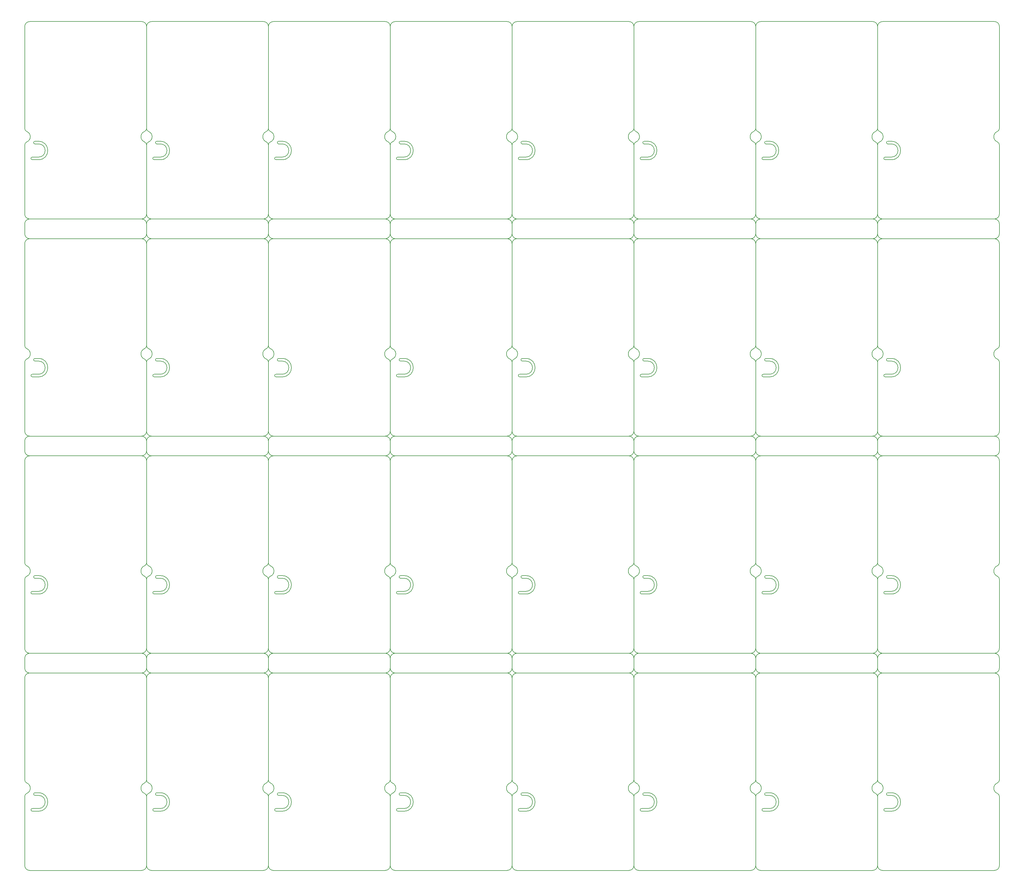
<source format=gm1>
G04 #@! TF.GenerationSoftware,KiCad,Pcbnew,(5.1.5-0-10_14)*
G04 #@! TF.CreationDate,2020-01-03T16:59:34+02:00*
G04 #@! TF.ProjectId,oibus-mini-CCC_PANEL,6f696275-732d-46d6-996e-692d4343435f,rev?*
G04 #@! TF.SameCoordinates,Original*
G04 #@! TF.FileFunction,Profile,NP*
%FSLAX46Y46*%
G04 Gerber Fmt 4.6, Leading zero omitted, Abs format (unit mm)*
G04 Created by KiCad (PCBNEW (5.1.5-0-10_14)) date 2020-01-03 16:59:34*
%MOMM*%
%LPD*%
G04 APERTURE LIST*
%ADD10C,0.150000*%
%ADD11C,0.200000*%
G04 APERTURE END LIST*
D10*
X0Y130492013D02*
X0Y127492013D01*
D11*
X0Y130492013D02*
G75*
G02X1500000Y131992013I1500000J0D01*
G01*
X1500000Y125992013D02*
G75*
G02X0Y127492013I0J1500000D01*
G01*
D10*
X296000000Y130492013D02*
X296000000Y127492013D01*
D11*
X296000000Y127492013D02*
G75*
G02X294500000Y125992013I-1500000J0D01*
G01*
X294500000Y131992013D02*
G75*
G02X296000000Y130492013I0J-1500000D01*
G01*
X259000000Y130492013D02*
G75*
G02X260500000Y131992013I1500000J0D01*
G01*
D10*
X259000000Y130492013D02*
X259000000Y127492013D01*
D11*
X260500000Y125992013D02*
G75*
G02X259000000Y127492013I0J1500000D01*
G01*
X259000000Y127492013D02*
G75*
G02X257500000Y125992013I-1500000J0D01*
G01*
X257500000Y131992013D02*
G75*
G02X259000000Y130492013I0J-1500000D01*
G01*
X220500000Y131992013D02*
G75*
G02X222000000Y130492013I0J-1500000D01*
G01*
X222000000Y130492013D02*
G75*
G02X223500000Y131992013I1500000J0D01*
G01*
D10*
X222000000Y130492013D02*
X222000000Y127492013D01*
D11*
X223500000Y125992013D02*
G75*
G02X222000000Y127492013I0J1500000D01*
G01*
X222000000Y127492013D02*
G75*
G02X220500000Y125992013I-1500000J0D01*
G01*
X185000000Y130492013D02*
G75*
G02X186500000Y131992013I1500000J0D01*
G01*
X186500000Y125992013D02*
G75*
G02X185000000Y127492013I0J1500000D01*
G01*
X183500000Y131992013D02*
G75*
G02X185000000Y130492013I0J-1500000D01*
G01*
X185000000Y127492013D02*
G75*
G02X183500000Y125992013I-1500000J0D01*
G01*
D10*
X185000000Y130492013D02*
X185000000Y127492013D01*
D11*
X149500000Y125992013D02*
G75*
G02X148000000Y127492013I0J1500000D01*
G01*
X148000000Y130492013D02*
G75*
G02X149500000Y131992013I1500000J0D01*
G01*
D10*
X148000000Y130492013D02*
X148000000Y127492013D01*
D11*
X146500000Y131992013D02*
G75*
G02X148000000Y130492013I0J-1500000D01*
G01*
X148000000Y127492013D02*
G75*
G02X146500000Y125992013I-1500000J0D01*
G01*
X109500000Y131992013D02*
G75*
G02X111000000Y130492013I0J-1500000D01*
G01*
X111000000Y130492013D02*
G75*
G02X112500000Y131992013I1500000J0D01*
G01*
X112500000Y125992013D02*
G75*
G02X111000000Y127492013I0J1500000D01*
G01*
D10*
X111000000Y130492013D02*
X111000000Y127492013D01*
D11*
X111000000Y127492013D02*
G75*
G02X109500000Y125992013I-1500000J0D01*
G01*
X72500000Y131992013D02*
G75*
G02X74000000Y130492013I0J-1500000D01*
G01*
X75500000Y125992013D02*
G75*
G02X74000000Y127492013I0J1500000D01*
G01*
X74000000Y130492013D02*
G75*
G02X75500000Y131992013I1500000J0D01*
G01*
D10*
X74000000Y130492013D02*
X74000000Y127492013D01*
D11*
X74000000Y127492013D02*
G75*
G02X72500000Y125992013I-1500000J0D01*
G01*
X35500000Y131992013D02*
G75*
G02X37000000Y130492013I0J-1500000D01*
G01*
D10*
X37000000Y130492013D02*
X37000000Y127492013D01*
D11*
X38500000Y125992013D02*
G75*
G02X37000000Y127492013I0J1500000D01*
G01*
X37000000Y127492013D02*
G75*
G02X35500000Y125992013I-1500000J0D01*
G01*
X37000000Y130492013D02*
G75*
G02X38500000Y131992013I1500000J0D01*
G01*
X259000000Y196492013D02*
G75*
G02X260500000Y197992013I1500000J0D01*
G01*
X0Y196492013D02*
G75*
G02X1500000Y197992013I1500000J0D01*
G01*
D10*
X296000000Y196492013D02*
X296000000Y193492013D01*
D11*
X257500000Y257992013D02*
G75*
G02X259000000Y256492013I0J-1500000D01*
G01*
X259000000Y256492013D02*
X259000000Y225500000D01*
X222000000Y199492013D02*
X222000000Y220484025D01*
X223500000Y257992013D02*
X257500000Y257992013D01*
D10*
X226200000Y221600000D02*
X225100000Y221600000D01*
X225100000Y220800000D02*
X226200000Y220800000D01*
X226200000Y216800000D02*
X224300000Y216800000D01*
X224300000Y216000000D02*
X226200000Y216000000D01*
X226200000Y220800000D02*
G75*
G02X226200000Y216800000I0J-2000000D01*
G01*
X226200000Y221600000D02*
G75*
G02X226200000Y216000000I0J-2800000D01*
G01*
X225100000Y220800000D02*
G75*
G02X225100000Y221600000I0J400000D01*
G01*
X224300000Y216000000D02*
G75*
G02X224300000Y216800000I0J400000D01*
G01*
D11*
X259000000Y225500000D02*
G75*
G02X258370370Y224571116I-1000000J0D01*
G01*
X258370370Y221412908D02*
G75*
G02X258370370Y224571116I629630J1579104D01*
G01*
X223500000Y197992013D02*
G75*
G02X222000000Y199492013I0J1500000D01*
G01*
X222000000Y220484025D02*
G75*
G02X222629630Y221412909I1000000J0D01*
G01*
X222000000Y225500000D02*
X222000000Y256492013D01*
X257500000Y197992013D02*
X223500000Y197992013D01*
X222629629Y224571115D02*
G75*
G02X222629630Y221412909I-629629J-1579103D01*
G01*
X222629630Y224571116D02*
G75*
G02X222000000Y225500000I370370J928884D01*
G01*
X259000000Y199492013D02*
G75*
G02X257500000Y197992013I-1500000J0D01*
G01*
X258370370Y221412909D02*
G75*
G02X259000000Y220484025I-370370J-928884D01*
G01*
X259000000Y220500000D02*
X259000000Y199492013D01*
X296000000Y225500000D02*
G75*
G02X295370370Y224571116I-1000000J0D01*
G01*
X295370370Y221412908D02*
G75*
G02X295370370Y224571116I629630J1579104D01*
G01*
X260500000Y197992013D02*
G75*
G02X259000000Y199492013I0J1500000D01*
G01*
X259000000Y220484025D02*
G75*
G02X259629630Y221412909I1000000J0D01*
G01*
X259000000Y225500000D02*
X259000000Y256492013D01*
X294500000Y197992013D02*
X260500000Y197992013D01*
X259629629Y224571115D02*
G75*
G02X259629630Y221412909I-629629J-1579103D01*
G01*
X259629630Y224571116D02*
G75*
G02X259000000Y225500000I370370J928884D01*
G01*
X296000000Y199492013D02*
G75*
G02X294500000Y197992013I-1500000J0D01*
G01*
X295370370Y221412909D02*
G75*
G02X296000000Y220484025I-370370J-928884D01*
G01*
X296000000Y220500000D02*
X296000000Y199492013D01*
X259000000Y256492013D02*
G75*
G02X260500000Y257992013I1500000J0D01*
G01*
X294500000Y257992013D02*
G75*
G02X296000000Y256492013I0J-1500000D01*
G01*
X296000000Y256492013D02*
X296000000Y225500000D01*
X259000000Y199492013D02*
X259000000Y220484025D01*
X260500000Y257992013D02*
X294500000Y257992013D01*
D10*
X263200000Y221600000D02*
X262100000Y221600000D01*
X262100000Y220800000D02*
X263200000Y220800000D01*
X263200000Y216800000D02*
X261300000Y216800000D01*
X261300000Y216000000D02*
X263200000Y216000000D01*
X263200000Y220800000D02*
G75*
G02X263200000Y216800000I0J-2000000D01*
G01*
X263200000Y221600000D02*
G75*
G02X263200000Y216000000I0J-2800000D01*
G01*
X262100000Y220800000D02*
G75*
G02X262100000Y221600000I0J400000D01*
G01*
X261300000Y216000000D02*
G75*
G02X261300000Y216800000I0J400000D01*
G01*
D11*
X183500000Y257992013D02*
G75*
G02X185000000Y256492013I0J-1500000D01*
G01*
X185000000Y256492013D02*
X185000000Y225500000D01*
X148000000Y199492013D02*
X148000000Y220484025D01*
X149500000Y257992013D02*
X183500000Y257992013D01*
D10*
X152200000Y221600000D02*
X151100000Y221600000D01*
X151100000Y220800000D02*
X152200000Y220800000D01*
X152200000Y216800000D02*
X150300000Y216800000D01*
X150300000Y216000000D02*
X152200000Y216000000D01*
X152200000Y220800000D02*
G75*
G02X152200000Y216800000I0J-2000000D01*
G01*
X152200000Y221600000D02*
G75*
G02X152200000Y216000000I0J-2800000D01*
G01*
X151100000Y220800000D02*
G75*
G02X151100000Y221600000I0J400000D01*
G01*
X150300000Y216000000D02*
G75*
G02X150300000Y216800000I0J400000D01*
G01*
D11*
X185000000Y225500000D02*
G75*
G02X184370370Y224571116I-1000000J0D01*
G01*
X184370370Y221412908D02*
G75*
G02X184370370Y224571116I629630J1579104D01*
G01*
X149500000Y197992013D02*
G75*
G02X148000000Y199492013I0J1500000D01*
G01*
X148000000Y220484025D02*
G75*
G02X148629630Y221412909I1000000J0D01*
G01*
X148000000Y225500000D02*
X148000000Y256492013D01*
X183500000Y197992013D02*
X149500000Y197992013D01*
X148629629Y224571115D02*
G75*
G02X148629630Y221412909I-629629J-1579103D01*
G01*
X148629630Y224571116D02*
G75*
G02X148000000Y225500000I370370J928884D01*
G01*
X185000000Y199492013D02*
G75*
G02X183500000Y197992013I-1500000J0D01*
G01*
X184370370Y221412909D02*
G75*
G02X185000000Y220484025I-370370J-928884D01*
G01*
X185000000Y220500000D02*
X185000000Y199492013D01*
X74000000Y225500000D02*
G75*
G02X73370370Y224571116I-1000000J0D01*
G01*
X73370370Y221412908D02*
G75*
G02X73370370Y224571116I629630J1579104D01*
G01*
X38500000Y197992013D02*
G75*
G02X37000000Y199492013I0J1500000D01*
G01*
X37000000Y220484025D02*
G75*
G02X37629630Y221412909I1000000J0D01*
G01*
X37000000Y225500000D02*
X37000000Y256492013D01*
X72500000Y197992013D02*
X38500000Y197992013D01*
X37629629Y224571115D02*
G75*
G02X37629630Y221412909I-629629J-1579103D01*
G01*
X37629630Y224571116D02*
G75*
G02X37000000Y225500000I370370J928884D01*
G01*
X74000000Y199492013D02*
G75*
G02X72500000Y197992013I-1500000J0D01*
G01*
X73370370Y221412909D02*
G75*
G02X74000000Y220484025I-370370J-928884D01*
G01*
X74000000Y220500000D02*
X74000000Y199492013D01*
X37000000Y256492013D02*
G75*
G02X38500000Y257992013I1500000J0D01*
G01*
X72500000Y257992013D02*
G75*
G02X74000000Y256492013I0J-1500000D01*
G01*
X74000000Y256492013D02*
X74000000Y225500000D01*
X37000000Y199492013D02*
X37000000Y220484025D01*
X38500000Y257992013D02*
X72500000Y257992013D01*
D10*
X41200000Y221600000D02*
X40100000Y221600000D01*
X40100000Y220800000D02*
X41200000Y220800000D01*
X41200000Y216800000D02*
X39300000Y216800000D01*
X39300000Y216000000D02*
X41200000Y216000000D01*
X41200000Y220800000D02*
G75*
G02X41200000Y216800000I0J-2000000D01*
G01*
X41200000Y221600000D02*
G75*
G02X41200000Y216000000I0J-2800000D01*
G01*
X40100000Y220800000D02*
G75*
G02X40100000Y221600000I0J400000D01*
G01*
X39300000Y216000000D02*
G75*
G02X39300000Y216800000I0J400000D01*
G01*
D11*
X148000000Y225500000D02*
G75*
G02X147370370Y224571116I-1000000J0D01*
G01*
X147370370Y221412908D02*
G75*
G02X147370370Y224571116I629630J1579104D01*
G01*
X112500000Y197992013D02*
G75*
G02X111000000Y199492013I0J1500000D01*
G01*
X111000000Y220484025D02*
G75*
G02X111629630Y221412909I1000000J0D01*
G01*
X111000000Y225500000D02*
X111000000Y256492013D01*
X146500000Y197992013D02*
X112500000Y197992013D01*
X111629629Y224571115D02*
G75*
G02X111629630Y221412909I-629629J-1579103D01*
G01*
X111629630Y224571116D02*
G75*
G02X111000000Y225500000I370370J928884D01*
G01*
X148000000Y199492013D02*
G75*
G02X146500000Y197992013I-1500000J0D01*
G01*
X147370370Y221412909D02*
G75*
G02X148000000Y220484025I-370370J-928884D01*
G01*
X148000000Y220500000D02*
X148000000Y199492013D01*
X111000000Y256492013D02*
G75*
G02X112500000Y257992013I1500000J0D01*
G01*
X146500000Y257992013D02*
G75*
G02X148000000Y256492013I0J-1500000D01*
G01*
X148000000Y256492013D02*
X148000000Y225500000D01*
X111000000Y199492013D02*
X111000000Y220484025D01*
X112500000Y257992013D02*
X146500000Y257992013D01*
D10*
X115200000Y221600000D02*
X114100000Y221600000D01*
X114100000Y220800000D02*
X115200000Y220800000D01*
X115200000Y216800000D02*
X113300000Y216800000D01*
X113300000Y216000000D02*
X115200000Y216000000D01*
X115200000Y220800000D02*
G75*
G02X115200000Y216800000I0J-2000000D01*
G01*
X115200000Y221600000D02*
G75*
G02X115200000Y216000000I0J-2800000D01*
G01*
X114100000Y220800000D02*
G75*
G02X114100000Y221600000I0J400000D01*
G01*
X113300000Y216000000D02*
G75*
G02X113300000Y216800000I0J400000D01*
G01*
D11*
X109500000Y257992013D02*
G75*
G02X111000000Y256492013I0J-1500000D01*
G01*
X111000000Y256492013D02*
X111000000Y225500000D01*
X74000000Y199492013D02*
X74000000Y220484025D01*
X75500000Y257992013D02*
X109500000Y257992013D01*
D10*
X78200000Y221600000D02*
X77100000Y221600000D01*
X77100000Y220800000D02*
X78200000Y220800000D01*
X78200000Y216800000D02*
X76300000Y216800000D01*
X76300000Y216000000D02*
X78200000Y216000000D01*
X78200000Y220800000D02*
G75*
G02X78200000Y216800000I0J-2000000D01*
G01*
X78200000Y221600000D02*
G75*
G02X78200000Y216000000I0J-2800000D01*
G01*
X77100000Y220800000D02*
G75*
G02X77100000Y221600000I0J400000D01*
G01*
X76300000Y216000000D02*
G75*
G02X76300000Y216800000I0J400000D01*
G01*
D11*
X111000000Y225500000D02*
G75*
G02X110370370Y224571116I-1000000J0D01*
G01*
X110370370Y221412908D02*
G75*
G02X110370370Y224571116I629630J1579104D01*
G01*
X75500000Y197992013D02*
G75*
G02X74000000Y199492013I0J1500000D01*
G01*
X74000000Y220484025D02*
G75*
G02X74629630Y221412909I1000000J0D01*
G01*
X74000000Y225500000D02*
X74000000Y256492013D01*
X109500000Y197992013D02*
X75500000Y197992013D01*
X74629629Y224571115D02*
G75*
G02X74629630Y221412909I-629629J-1579103D01*
G01*
X74629630Y224571116D02*
G75*
G02X74000000Y225500000I370370J928884D01*
G01*
X111000000Y199492013D02*
G75*
G02X109500000Y197992013I-1500000J0D01*
G01*
X110370370Y221412909D02*
G75*
G02X111000000Y220484025I-370370J-928884D01*
G01*
X111000000Y220500000D02*
X111000000Y199492013D01*
X74000000Y256492013D02*
G75*
G02X75500000Y257992013I1500000J0D01*
G01*
X222000000Y225500000D02*
G75*
G02X221370370Y224571116I-1000000J0D01*
G01*
X221370370Y221412908D02*
G75*
G02X221370370Y224571116I629630J1579104D01*
G01*
X186500000Y197992013D02*
G75*
G02X185000000Y199492013I0J1500000D01*
G01*
X185000000Y220484025D02*
G75*
G02X185629630Y221412909I1000000J0D01*
G01*
X185000000Y225500000D02*
X185000000Y256492013D01*
X220500000Y197992013D02*
X186500000Y197992013D01*
X185629629Y224571115D02*
G75*
G02X185629630Y221412909I-629629J-1579103D01*
G01*
X185629630Y224571116D02*
G75*
G02X185000000Y225500000I370370J928884D01*
G01*
X222000000Y199492013D02*
G75*
G02X220500000Y197992013I-1500000J0D01*
G01*
X221370370Y221412909D02*
G75*
G02X222000000Y220484025I-370370J-928884D01*
G01*
X222000000Y220500000D02*
X222000000Y199492013D01*
X185000000Y256492013D02*
G75*
G02X186500000Y257992013I1500000J0D01*
G01*
X220500000Y257992013D02*
G75*
G02X222000000Y256492013I0J-1500000D01*
G01*
X222000000Y256492013D02*
X222000000Y225500000D01*
X185000000Y199492013D02*
X185000000Y220484025D01*
X186500000Y257992013D02*
X220500000Y257992013D01*
D10*
X189200000Y221600000D02*
X188100000Y221600000D01*
X188100000Y220800000D02*
X189200000Y220800000D01*
X189200000Y216800000D02*
X187300000Y216800000D01*
X187300000Y216000000D02*
X189200000Y216000000D01*
X189200000Y220800000D02*
G75*
G02X189200000Y216800000I0J-2000000D01*
G01*
X189200000Y221600000D02*
G75*
G02X189200000Y216000000I0J-2800000D01*
G01*
X188100000Y220800000D02*
G75*
G02X188100000Y221600000I0J400000D01*
G01*
X187300000Y216000000D02*
G75*
G02X187300000Y216800000I0J400000D01*
G01*
D11*
X37000000Y225500000D02*
G75*
G02X36370370Y224571116I-1000000J0D01*
G01*
X36370370Y221412908D02*
G75*
G02X36370370Y224571116I629630J1579104D01*
G01*
X1500000Y197992013D02*
G75*
G02X0Y199492013I0J1500000D01*
G01*
X0Y220484025D02*
G75*
G02X629630Y221412909I1000000J0D01*
G01*
X0Y225500000D02*
X0Y256492013D01*
X35500000Y197992013D02*
X1500000Y197992013D01*
X629629Y224571115D02*
G75*
G02X629630Y221412909I-629629J-1579103D01*
G01*
X629630Y224571116D02*
G75*
G02X0Y225500000I370370J928884D01*
G01*
X37000000Y199492013D02*
G75*
G02X35500000Y197992013I-1500000J0D01*
G01*
X36370370Y221412909D02*
G75*
G02X37000000Y220484025I-370370J-928884D01*
G01*
X37000000Y220500000D02*
X37000000Y199492013D01*
X0Y256492013D02*
G75*
G02X1500000Y257992013I1500000J0D01*
G01*
X35500000Y257992013D02*
G75*
G02X37000000Y256492013I0J-1500000D01*
G01*
X37000000Y256492013D02*
X37000000Y225500000D01*
X0Y199492013D02*
X0Y220484025D01*
X1500000Y257992013D02*
X35500000Y257992013D01*
D10*
X4200000Y221600000D02*
X3100000Y221600000D01*
X3100000Y220800000D02*
X4200000Y220800000D01*
X4200000Y216800000D02*
X2300000Y216800000D01*
X2300000Y216000000D02*
X4200000Y216000000D01*
X4200000Y220800000D02*
G75*
G02X4200000Y216800000I0J-2000000D01*
G01*
X4200000Y221600000D02*
G75*
G02X4200000Y216000000I0J-2800000D01*
G01*
X3100000Y220800000D02*
G75*
G02X3100000Y221600000I0J400000D01*
G01*
X2300000Y216000000D02*
G75*
G02X2300000Y216800000I0J400000D01*
G01*
D11*
X35500000Y197992013D02*
G75*
G02X37000000Y196492013I0J-1500000D01*
G01*
D10*
X111000000Y196492013D02*
X111000000Y193492013D01*
D11*
X257500000Y191992013D02*
G75*
G02X259000000Y190492013I0J-1500000D01*
G01*
X259000000Y190492013D02*
X259000000Y159500000D01*
X222000000Y133492013D02*
X222000000Y154484025D01*
X223500000Y191992013D02*
X257500000Y191992013D01*
D10*
X226200000Y155600000D02*
X225100000Y155600000D01*
X225100000Y154800000D02*
X226200000Y154800000D01*
X226200000Y150800000D02*
X224300000Y150800000D01*
X224300000Y150000000D02*
X226200000Y150000000D01*
X226200000Y154800000D02*
G75*
G02X226200000Y150800000I0J-2000000D01*
G01*
X226200000Y155600000D02*
G75*
G02X226200000Y150000000I0J-2800000D01*
G01*
X225100000Y154800000D02*
G75*
G02X225100000Y155600000I0J400000D01*
G01*
X224300000Y150000000D02*
G75*
G02X224300000Y150800000I0J400000D01*
G01*
D11*
X259000000Y159500000D02*
G75*
G02X258370370Y158571116I-1000000J0D01*
G01*
X258370370Y155412908D02*
G75*
G02X258370370Y158571116I629630J1579104D01*
G01*
X223500000Y131992013D02*
G75*
G02X222000000Y133492013I0J1500000D01*
G01*
X222000000Y154484025D02*
G75*
G02X222629630Y155412909I1000000J0D01*
G01*
X222000000Y159500000D02*
X222000000Y190492013D01*
X257500000Y131992013D02*
X223500000Y131992013D01*
X222629629Y158571115D02*
G75*
G02X222629630Y155412909I-629629J-1579103D01*
G01*
X222629630Y158571116D02*
G75*
G02X222000000Y159500000I370370J928884D01*
G01*
X259000000Y133492013D02*
G75*
G02X257500000Y131992013I-1500000J0D01*
G01*
X258370370Y155412909D02*
G75*
G02X259000000Y154484025I-370370J-928884D01*
G01*
X259000000Y154500000D02*
X259000000Y133492013D01*
X296000000Y159500000D02*
G75*
G02X295370370Y158571116I-1000000J0D01*
G01*
X295370370Y155412908D02*
G75*
G02X295370370Y158571116I629630J1579104D01*
G01*
X260500000Y131992013D02*
G75*
G02X259000000Y133492013I0J1500000D01*
G01*
X259000000Y154484025D02*
G75*
G02X259629630Y155412909I1000000J0D01*
G01*
X259000000Y159500000D02*
X259000000Y190492013D01*
X294500000Y131992013D02*
X260500000Y131992013D01*
X259629629Y158571115D02*
G75*
G02X259629630Y155412909I-629629J-1579103D01*
G01*
X259629630Y158571116D02*
G75*
G02X259000000Y159500000I370370J928884D01*
G01*
X296000000Y133492013D02*
G75*
G02X294500000Y131992013I-1500000J0D01*
G01*
X295370370Y155412909D02*
G75*
G02X296000000Y154484025I-370370J-928884D01*
G01*
X296000000Y154500000D02*
X296000000Y133492013D01*
X259000000Y190492013D02*
G75*
G02X260500000Y191992013I1500000J0D01*
G01*
X294500000Y191992013D02*
G75*
G02X296000000Y190492013I0J-1500000D01*
G01*
X296000000Y190492013D02*
X296000000Y159500000D01*
X259000000Y133492013D02*
X259000000Y154484025D01*
X260500000Y191992013D02*
X294500000Y191992013D01*
D10*
X263200000Y155600000D02*
X262100000Y155600000D01*
X262100000Y154800000D02*
X263200000Y154800000D01*
X263200000Y150800000D02*
X261300000Y150800000D01*
X261300000Y150000000D02*
X263200000Y150000000D01*
X263200000Y154800000D02*
G75*
G02X263200000Y150800000I0J-2000000D01*
G01*
X263200000Y155600000D02*
G75*
G02X263200000Y150000000I0J-2800000D01*
G01*
X262100000Y154800000D02*
G75*
G02X262100000Y155600000I0J400000D01*
G01*
X261300000Y150000000D02*
G75*
G02X261300000Y150800000I0J400000D01*
G01*
D11*
X183500000Y191992013D02*
G75*
G02X185000000Y190492013I0J-1500000D01*
G01*
X185000000Y190492013D02*
X185000000Y159500000D01*
X148000000Y133492013D02*
X148000000Y154484025D01*
X149500000Y191992013D02*
X183500000Y191992013D01*
D10*
X152200000Y155600000D02*
X151100000Y155600000D01*
X151100000Y154800000D02*
X152200000Y154800000D01*
X152200000Y150800000D02*
X150300000Y150800000D01*
X150300000Y150000000D02*
X152200000Y150000000D01*
X152200000Y154800000D02*
G75*
G02X152200000Y150800000I0J-2000000D01*
G01*
X152200000Y155600000D02*
G75*
G02X152200000Y150000000I0J-2800000D01*
G01*
X151100000Y154800000D02*
G75*
G02X151100000Y155600000I0J400000D01*
G01*
X150300000Y150000000D02*
G75*
G02X150300000Y150800000I0J400000D01*
G01*
D11*
X185000000Y159500000D02*
G75*
G02X184370370Y158571116I-1000000J0D01*
G01*
X184370370Y155412908D02*
G75*
G02X184370370Y158571116I629630J1579104D01*
G01*
X149500000Y131992013D02*
G75*
G02X148000000Y133492013I0J1500000D01*
G01*
X148000000Y154484025D02*
G75*
G02X148629630Y155412909I1000000J0D01*
G01*
X148000000Y159500000D02*
X148000000Y190492013D01*
X183500000Y131992013D02*
X149500000Y131992013D01*
X148629629Y158571115D02*
G75*
G02X148629630Y155412909I-629629J-1579103D01*
G01*
X148629630Y158571116D02*
G75*
G02X148000000Y159500000I370370J928884D01*
G01*
X185000000Y133492013D02*
G75*
G02X183500000Y131992013I-1500000J0D01*
G01*
X184370370Y155412909D02*
G75*
G02X185000000Y154484025I-370370J-928884D01*
G01*
X185000000Y154500000D02*
X185000000Y133492013D01*
X74000000Y159500000D02*
G75*
G02X73370370Y158571116I-1000000J0D01*
G01*
X73370370Y155412908D02*
G75*
G02X73370370Y158571116I629630J1579104D01*
G01*
X38500000Y131992013D02*
G75*
G02X37000000Y133492013I0J1500000D01*
G01*
X37000000Y154484025D02*
G75*
G02X37629630Y155412909I1000000J0D01*
G01*
X37000000Y159500000D02*
X37000000Y190492013D01*
X72500000Y131992013D02*
X38500000Y131992013D01*
X37629629Y158571115D02*
G75*
G02X37629630Y155412909I-629629J-1579103D01*
G01*
X37629630Y158571116D02*
G75*
G02X37000000Y159500000I370370J928884D01*
G01*
X74000000Y133492013D02*
G75*
G02X72500000Y131992013I-1500000J0D01*
G01*
X73370370Y155412909D02*
G75*
G02X74000000Y154484025I-370370J-928884D01*
G01*
X74000000Y154500000D02*
X74000000Y133492013D01*
X37000000Y190492013D02*
G75*
G02X38500000Y191992013I1500000J0D01*
G01*
X72500000Y191992013D02*
G75*
G02X74000000Y190492013I0J-1500000D01*
G01*
X74000000Y190492013D02*
X74000000Y159500000D01*
X37000000Y133492013D02*
X37000000Y154484025D01*
X38500000Y191992013D02*
X72500000Y191992013D01*
D10*
X41200000Y155600000D02*
X40100000Y155600000D01*
X40100000Y154800000D02*
X41200000Y154800000D01*
X41200000Y150800000D02*
X39300000Y150800000D01*
X39300000Y150000000D02*
X41200000Y150000000D01*
X41200000Y154800000D02*
G75*
G02X41200000Y150800000I0J-2000000D01*
G01*
X41200000Y155600000D02*
G75*
G02X41200000Y150000000I0J-2800000D01*
G01*
X40100000Y154800000D02*
G75*
G02X40100000Y155600000I0J400000D01*
G01*
X39300000Y150000000D02*
G75*
G02X39300000Y150800000I0J400000D01*
G01*
X37000000Y196492013D02*
X37000000Y193492013D01*
D11*
X222000000Y256492013D02*
G75*
G02X223500000Y257992013I1500000J0D01*
G01*
X148000000Y256492013D02*
G75*
G02X149500000Y257992013I1500000J0D01*
G01*
X148000000Y159500000D02*
G75*
G02X147370370Y158571116I-1000000J0D01*
G01*
X147370370Y155412908D02*
G75*
G02X147370370Y158571116I629630J1579104D01*
G01*
X112500000Y131992013D02*
G75*
G02X111000000Y133492013I0J1500000D01*
G01*
X111000000Y154484025D02*
G75*
G02X111629630Y155412909I1000000J0D01*
G01*
X111000000Y159500000D02*
X111000000Y190492013D01*
X146500000Y131992013D02*
X112500000Y131992013D01*
X111629629Y158571115D02*
G75*
G02X111629630Y155412909I-629629J-1579103D01*
G01*
X111629630Y158571116D02*
G75*
G02X111000000Y159500000I370370J928884D01*
G01*
X148000000Y133492013D02*
G75*
G02X146500000Y131992013I-1500000J0D01*
G01*
X147370370Y155412909D02*
G75*
G02X148000000Y154484025I-370370J-928884D01*
G01*
X148000000Y154500000D02*
X148000000Y133492013D01*
X111000000Y190492013D02*
G75*
G02X112500000Y191992013I1500000J0D01*
G01*
X146500000Y191992013D02*
G75*
G02X148000000Y190492013I0J-1500000D01*
G01*
X148000000Y190492013D02*
X148000000Y159500000D01*
X111000000Y133492013D02*
X111000000Y154484025D01*
X112500000Y191992013D02*
X146500000Y191992013D01*
D10*
X115200000Y155600000D02*
X114100000Y155600000D01*
X114100000Y154800000D02*
X115200000Y154800000D01*
X115200000Y150800000D02*
X113300000Y150800000D01*
X113300000Y150000000D02*
X115200000Y150000000D01*
X115200000Y154800000D02*
G75*
G02X115200000Y150800000I0J-2000000D01*
G01*
X115200000Y155600000D02*
G75*
G02X115200000Y150000000I0J-2800000D01*
G01*
X114100000Y154800000D02*
G75*
G02X114100000Y155600000I0J400000D01*
G01*
X113300000Y150000000D02*
G75*
G02X113300000Y150800000I0J400000D01*
G01*
D11*
X183500000Y197992013D02*
G75*
G02X185000000Y196492013I0J-1500000D01*
G01*
X38500000Y191992013D02*
G75*
G02X37000000Y193492013I0J1500000D01*
G01*
X1500000Y191992013D02*
G75*
G02X0Y193492013I0J1500000D01*
G01*
D10*
X259000000Y196492013D02*
X259000000Y193492013D01*
D11*
X259000000Y193492013D02*
G75*
G02X257500000Y191992013I-1500000J0D01*
G01*
X260500000Y191992013D02*
G75*
G02X259000000Y193492013I0J1500000D01*
G01*
X257500000Y197992013D02*
G75*
G02X259000000Y196492013I0J-1500000D01*
G01*
X109500000Y191992013D02*
G75*
G02X111000000Y190492013I0J-1500000D01*
G01*
X111000000Y190492013D02*
X111000000Y159500000D01*
X74000000Y133492013D02*
X74000000Y154484025D01*
X75500000Y191992013D02*
X109500000Y191992013D01*
D10*
X78200000Y155600000D02*
X77100000Y155600000D01*
X77100000Y154800000D02*
X78200000Y154800000D01*
X78200000Y150800000D02*
X76300000Y150800000D01*
X76300000Y150000000D02*
X78200000Y150000000D01*
X78200000Y154800000D02*
G75*
G02X78200000Y150800000I0J-2000000D01*
G01*
X78200000Y155600000D02*
G75*
G02X78200000Y150000000I0J-2800000D01*
G01*
X77100000Y154800000D02*
G75*
G02X77100000Y155600000I0J400000D01*
G01*
X76300000Y150000000D02*
G75*
G02X76300000Y150800000I0J400000D01*
G01*
D11*
X111000000Y159500000D02*
G75*
G02X110370370Y158571116I-1000000J0D01*
G01*
X110370370Y155412908D02*
G75*
G02X110370370Y158571116I629630J1579104D01*
G01*
X75500000Y131992013D02*
G75*
G02X74000000Y133492013I0J1500000D01*
G01*
X74000000Y154484025D02*
G75*
G02X74629630Y155412909I1000000J0D01*
G01*
X74000000Y159500000D02*
X74000000Y190492013D01*
X109500000Y131992013D02*
X75500000Y131992013D01*
X74629629Y158571115D02*
G75*
G02X74629630Y155412909I-629629J-1579103D01*
G01*
X74629630Y158571116D02*
G75*
G02X74000000Y159500000I370370J928884D01*
G01*
X111000000Y133492013D02*
G75*
G02X109500000Y131992013I-1500000J0D01*
G01*
X110370370Y155412909D02*
G75*
G02X111000000Y154484025I-370370J-928884D01*
G01*
X111000000Y154500000D02*
X111000000Y133492013D01*
X74000000Y190492013D02*
G75*
G02X75500000Y191992013I1500000J0D01*
G01*
X222000000Y159500000D02*
G75*
G02X221370370Y158571116I-1000000J0D01*
G01*
X221370370Y155412908D02*
G75*
G02X221370370Y158571116I629630J1579104D01*
G01*
X186500000Y131992013D02*
G75*
G02X185000000Y133492013I0J1500000D01*
G01*
X185000000Y154484025D02*
G75*
G02X185629630Y155412909I1000000J0D01*
G01*
X185000000Y159500000D02*
X185000000Y190492013D01*
X220500000Y131992013D02*
X186500000Y131992013D01*
X185629629Y158571115D02*
G75*
G02X185629630Y155412909I-629629J-1579103D01*
G01*
X185629630Y158571116D02*
G75*
G02X185000000Y159500000I370370J928884D01*
G01*
X222000000Y133492013D02*
G75*
G02X220500000Y131992013I-1500000J0D01*
G01*
X221370370Y155412909D02*
G75*
G02X222000000Y154484025I-370370J-928884D01*
G01*
X222000000Y154500000D02*
X222000000Y133492013D01*
X185000000Y190492013D02*
G75*
G02X186500000Y191992013I1500000J0D01*
G01*
X220500000Y191992013D02*
G75*
G02X222000000Y190492013I0J-1500000D01*
G01*
X222000000Y190492013D02*
X222000000Y159500000D01*
X185000000Y133492013D02*
X185000000Y154484025D01*
X186500000Y191992013D02*
X220500000Y191992013D01*
D10*
X189200000Y155600000D02*
X188100000Y155600000D01*
X188100000Y154800000D02*
X189200000Y154800000D01*
X189200000Y150800000D02*
X187300000Y150800000D01*
X187300000Y150000000D02*
X189200000Y150000000D01*
X189200000Y154800000D02*
G75*
G02X189200000Y150800000I0J-2000000D01*
G01*
X189200000Y155600000D02*
G75*
G02X189200000Y150000000I0J-2800000D01*
G01*
X188100000Y154800000D02*
G75*
G02X188100000Y155600000I0J400000D01*
G01*
X187300000Y150000000D02*
G75*
G02X187300000Y150800000I0J400000D01*
G01*
D11*
X146500000Y197992013D02*
G75*
G02X148000000Y196492013I0J-1500000D01*
G01*
X37000000Y159500000D02*
G75*
G02X36370370Y158571116I-1000000J0D01*
G01*
X36370370Y155412908D02*
G75*
G02X36370370Y158571116I629630J1579104D01*
G01*
X1500000Y131992013D02*
G75*
G02X0Y133492013I0J1500000D01*
G01*
X0Y154484025D02*
G75*
G02X629630Y155412909I1000000J0D01*
G01*
X0Y159500000D02*
X0Y190492013D01*
X35500000Y131992013D02*
X1500000Y131992013D01*
X629629Y158571115D02*
G75*
G02X629630Y155412909I-629629J-1579103D01*
G01*
X629630Y158571116D02*
G75*
G02X0Y159500000I370370J928884D01*
G01*
X37000000Y133492013D02*
G75*
G02X35500000Y131992013I-1500000J0D01*
G01*
X36370370Y155412909D02*
G75*
G02X37000000Y154484025I-370370J-928884D01*
G01*
X37000000Y154500000D02*
X37000000Y133492013D01*
X0Y190492013D02*
G75*
G02X1500000Y191992013I1500000J0D01*
G01*
X35500000Y191992013D02*
G75*
G02X37000000Y190492013I0J-1500000D01*
G01*
X37000000Y190492013D02*
X37000000Y159500000D01*
X0Y133492013D02*
X0Y154484025D01*
X1500000Y191992013D02*
X35500000Y191992013D01*
D10*
X4200000Y155600000D02*
X3100000Y155600000D01*
X3100000Y154800000D02*
X4200000Y154800000D01*
X4200000Y150800000D02*
X2300000Y150800000D01*
X2300000Y150000000D02*
X4200000Y150000000D01*
X4200000Y154800000D02*
G75*
G02X4200000Y150800000I0J-2000000D01*
G01*
X4200000Y155600000D02*
G75*
G02X4200000Y150000000I0J-2800000D01*
G01*
X3100000Y154800000D02*
G75*
G02X3100000Y155600000I0J400000D01*
G01*
X2300000Y150000000D02*
G75*
G02X2300000Y150800000I0J400000D01*
G01*
D11*
X185000000Y193492013D02*
G75*
G02X183500000Y191992013I-1500000J0D01*
G01*
X186500000Y191992013D02*
G75*
G02X185000000Y193492013I0J1500000D01*
G01*
X185000000Y196492013D02*
G75*
G02X186500000Y197992013I1500000J0D01*
G01*
D10*
X185000000Y196492013D02*
X185000000Y193492013D01*
D11*
X294500000Y197992013D02*
G75*
G02X296000000Y196492013I0J-1500000D01*
G01*
X296000000Y193492013D02*
G75*
G02X294500000Y191992013I-1500000J0D01*
G01*
X37000000Y193492013D02*
G75*
G02X35500000Y191992013I-1500000J0D01*
G01*
X148000000Y196492013D02*
G75*
G02X149500000Y197992013I1500000J0D01*
G01*
D10*
X148000000Y196492013D02*
X148000000Y193492013D01*
D11*
X148000000Y193492013D02*
G75*
G02X146500000Y191992013I-1500000J0D01*
G01*
X149500000Y191992013D02*
G75*
G02X148000000Y193492013I0J1500000D01*
G01*
X222000000Y193492013D02*
G75*
G02X220500000Y191992013I-1500000J0D01*
G01*
X112500000Y191992013D02*
G75*
G02X111000000Y193492013I0J1500000D01*
G01*
X74000000Y193492013D02*
G75*
G02X72500000Y191992013I-1500000J0D01*
G01*
X109500000Y197992013D02*
G75*
G02X111000000Y196492013I0J-1500000D01*
G01*
X223500000Y191992013D02*
G75*
G02X222000000Y193492013I0J1500000D01*
G01*
X74000000Y196492013D02*
G75*
G02X75500000Y197992013I1500000J0D01*
G01*
X222000000Y190492013D02*
G75*
G02X223500000Y191992013I1500000J0D01*
G01*
D10*
X222000000Y196492013D02*
X222000000Y193492013D01*
D11*
X111000000Y193492013D02*
G75*
G02X109500000Y191992013I-1500000J0D01*
G01*
X220500000Y197992013D02*
G75*
G02X222000000Y196492013I0J-1500000D01*
G01*
D10*
X0Y196492013D02*
X0Y193492013D01*
D11*
X72500000Y197992013D02*
G75*
G02X74000000Y196492013I0J-1500000D01*
G01*
D10*
X74000000Y196492013D02*
X74000000Y193492013D01*
D11*
X75500000Y191992013D02*
G75*
G02X74000000Y193492013I0J1500000D01*
G01*
X148000000Y190492013D02*
G75*
G02X149500000Y191992013I1500000J0D01*
G01*
X37000000Y196492013D02*
G75*
G02X38500000Y197992013I1500000J0D01*
G01*
X222000000Y196492013D02*
G75*
G02X223500000Y197992013I1500000J0D01*
G01*
X111000000Y196492013D02*
G75*
G02X112500000Y197992013I1500000J0D01*
G01*
D10*
X0Y64492013D02*
X0Y61492013D01*
D11*
X0Y64492013D02*
G75*
G02X1500000Y65992013I1500000J0D01*
G01*
D10*
X296000000Y64492013D02*
X296000000Y61492013D01*
D11*
X296000000Y61492013D02*
G75*
G02X294500000Y59992013I-1500000J0D01*
G01*
X1500000Y59992013D02*
G75*
G02X0Y61492013I0J1500000D01*
G01*
X294500000Y65992013D02*
G75*
G02X296000000Y64492013I0J-1500000D01*
G01*
X259000000Y61492013D02*
G75*
G02X257500000Y59992013I-1500000J0D01*
G01*
X260500000Y59992013D02*
G75*
G02X259000000Y61492013I0J1500000D01*
G01*
D10*
X259000000Y64492013D02*
X259000000Y61492013D01*
D11*
X257500000Y65992013D02*
G75*
G02X259000000Y64492013I0J-1500000D01*
G01*
X259000000Y64492013D02*
G75*
G02X260500000Y65992013I1500000J0D01*
G01*
X220500000Y65992013D02*
G75*
G02X222000000Y64492013I0J-1500000D01*
G01*
X222000000Y61492013D02*
G75*
G02X220500000Y59992013I-1500000J0D01*
G01*
X223500000Y59992013D02*
G75*
G02X222000000Y61492013I0J1500000D01*
G01*
X222000000Y64492013D02*
G75*
G02X223500000Y65992013I1500000J0D01*
G01*
D10*
X222000000Y64492013D02*
X222000000Y61492013D01*
D11*
X183500000Y65992013D02*
G75*
G02X185000000Y64492013I0J-1500000D01*
G01*
X185000000Y64492013D02*
G75*
G02X186500000Y65992013I1500000J0D01*
G01*
D10*
X185000000Y64492013D02*
X185000000Y61492013D01*
D11*
X185000000Y61492013D02*
G75*
G02X183500000Y59992013I-1500000J0D01*
G01*
X186500000Y59992013D02*
G75*
G02X185000000Y61492013I0J1500000D01*
G01*
D10*
X148000000Y64492013D02*
X148000000Y61492013D01*
D11*
X149500000Y59992013D02*
G75*
G02X148000000Y61492013I0J1500000D01*
G01*
X146500000Y65992013D02*
G75*
G02X148000000Y64492013I0J-1500000D01*
G01*
X148000000Y61492013D02*
G75*
G02X146500000Y59992013I-1500000J0D01*
G01*
X148000000Y64492013D02*
G75*
G02X149500000Y65992013I1500000J0D01*
G01*
X111000000Y61492013D02*
G75*
G02X109500000Y59992013I-1500000J0D01*
G01*
X111000000Y64492013D02*
G75*
G02X112500000Y65992013I1500000J0D01*
G01*
X109500000Y65992013D02*
G75*
G02X111000000Y64492013I0J-1500000D01*
G01*
D10*
X111000000Y64492013D02*
X111000000Y61492013D01*
D11*
X112500000Y59992013D02*
G75*
G02X111000000Y61492013I0J1500000D01*
G01*
X72500000Y65992013D02*
G75*
G02X74000000Y64492013I0J-1500000D01*
G01*
D10*
X74000000Y64492013D02*
X74000000Y61492013D01*
D11*
X75500000Y59992013D02*
G75*
G02X74000000Y61492013I0J1500000D01*
G01*
X74000000Y61492013D02*
G75*
G02X72500000Y59992013I-1500000J0D01*
G01*
X74000000Y64492013D02*
G75*
G02X75500000Y65992013I1500000J0D01*
G01*
D10*
X37000000Y64492013D02*
X37000000Y61492013D01*
D11*
X38500000Y59992013D02*
G75*
G02X37000000Y61492013I0J1500000D01*
G01*
X37000000Y61492013D02*
G75*
G02X35500000Y59992013I-1500000J0D01*
G01*
X37000000Y64492013D02*
G75*
G02X38500000Y65992013I1500000J0D01*
G01*
X35500000Y65992013D02*
G75*
G02X37000000Y64492013I0J-1500000D01*
G01*
X257500000Y125992013D02*
G75*
G02X259000000Y124492013I0J-1500000D01*
G01*
X259000000Y124492013D02*
X259000000Y93500000D01*
X222000000Y67492013D02*
X222000000Y88484025D01*
X223500000Y125992013D02*
X257500000Y125992013D01*
D10*
X226200000Y89600000D02*
X225100000Y89600000D01*
X225100000Y88800000D02*
X226200000Y88800000D01*
X226200000Y84800000D02*
X224300000Y84800000D01*
X224300000Y84000000D02*
X226200000Y84000000D01*
X226200000Y88800000D02*
G75*
G02X226200000Y84800000I0J-2000000D01*
G01*
X226200000Y89600000D02*
G75*
G02X226200000Y84000000I0J-2800000D01*
G01*
X225100000Y88800000D02*
G75*
G02X225100000Y89600000I0J400000D01*
G01*
X224300000Y84000000D02*
G75*
G02X224300000Y84800000I0J400000D01*
G01*
D11*
X259000000Y93500000D02*
G75*
G02X258370370Y92571116I-1000000J0D01*
G01*
X258370370Y89412908D02*
G75*
G02X258370370Y92571116I629630J1579104D01*
G01*
X223500000Y65992013D02*
G75*
G02X222000000Y67492013I0J1500000D01*
G01*
X222000000Y88484025D02*
G75*
G02X222629630Y89412909I1000000J0D01*
G01*
X222000000Y93500000D02*
X222000000Y124492013D01*
X257500000Y65992013D02*
X223500000Y65992013D01*
X222629629Y92571115D02*
G75*
G02X222629630Y89412909I-629629J-1579103D01*
G01*
X222629630Y92571116D02*
G75*
G02X222000000Y93500000I370370J928884D01*
G01*
X259000000Y67492013D02*
G75*
G02X257500000Y65992013I-1500000J0D01*
G01*
X258370370Y89412909D02*
G75*
G02X259000000Y88484025I-370370J-928884D01*
G01*
X259000000Y88500000D02*
X259000000Y67492013D01*
X296000000Y93500000D02*
G75*
G02X295370370Y92571116I-1000000J0D01*
G01*
X295370370Y89412908D02*
G75*
G02X295370370Y92571116I629630J1579104D01*
G01*
X260500000Y65992013D02*
G75*
G02X259000000Y67492013I0J1500000D01*
G01*
X259000000Y88484025D02*
G75*
G02X259629630Y89412909I1000000J0D01*
G01*
X259000000Y93500000D02*
X259000000Y124492013D01*
X294500000Y65992013D02*
X260500000Y65992013D01*
X259629629Y92571115D02*
G75*
G02X259629630Y89412909I-629629J-1579103D01*
G01*
X259629630Y92571116D02*
G75*
G02X259000000Y93500000I370370J928884D01*
G01*
X296000000Y67492013D02*
G75*
G02X294500000Y65992013I-1500000J0D01*
G01*
X295370370Y89412909D02*
G75*
G02X296000000Y88484025I-370370J-928884D01*
G01*
X296000000Y88500000D02*
X296000000Y67492013D01*
X259000000Y124492013D02*
G75*
G02X260500000Y125992013I1500000J0D01*
G01*
X294500000Y125992013D02*
G75*
G02X296000000Y124492013I0J-1500000D01*
G01*
X296000000Y124492013D02*
X296000000Y93500000D01*
X259000000Y67492013D02*
X259000000Y88484025D01*
X260500000Y125992013D02*
X294500000Y125992013D01*
D10*
X263200000Y89600000D02*
X262100000Y89600000D01*
X262100000Y88800000D02*
X263200000Y88800000D01*
X263200000Y84800000D02*
X261300000Y84800000D01*
X261300000Y84000000D02*
X263200000Y84000000D01*
X263200000Y88800000D02*
G75*
G02X263200000Y84800000I0J-2000000D01*
G01*
X263200000Y89600000D02*
G75*
G02X263200000Y84000000I0J-2800000D01*
G01*
X262100000Y88800000D02*
G75*
G02X262100000Y89600000I0J400000D01*
G01*
X261300000Y84000000D02*
G75*
G02X261300000Y84800000I0J400000D01*
G01*
D11*
X183500000Y125992013D02*
G75*
G02X185000000Y124492013I0J-1500000D01*
G01*
X185000000Y124492013D02*
X185000000Y93500000D01*
X148000000Y67492013D02*
X148000000Y88484025D01*
X149500000Y125992013D02*
X183500000Y125992013D01*
D10*
X152200000Y89600000D02*
X151100000Y89600000D01*
X151100000Y88800000D02*
X152200000Y88800000D01*
X152200000Y84800000D02*
X150300000Y84800000D01*
X150300000Y84000000D02*
X152200000Y84000000D01*
X152200000Y88800000D02*
G75*
G02X152200000Y84800000I0J-2000000D01*
G01*
X152200000Y89600000D02*
G75*
G02X152200000Y84000000I0J-2800000D01*
G01*
X151100000Y88800000D02*
G75*
G02X151100000Y89600000I0J400000D01*
G01*
X150300000Y84000000D02*
G75*
G02X150300000Y84800000I0J400000D01*
G01*
D11*
X185000000Y93500000D02*
G75*
G02X184370370Y92571116I-1000000J0D01*
G01*
X184370370Y89412908D02*
G75*
G02X184370370Y92571116I629630J1579104D01*
G01*
X149500000Y65992013D02*
G75*
G02X148000000Y67492013I0J1500000D01*
G01*
X148000000Y88484025D02*
G75*
G02X148629630Y89412909I1000000J0D01*
G01*
X148000000Y93500000D02*
X148000000Y124492013D01*
X183500000Y65992013D02*
X149500000Y65992013D01*
X148629629Y92571115D02*
G75*
G02X148629630Y89412909I-629629J-1579103D01*
G01*
X148629630Y92571116D02*
G75*
G02X148000000Y93500000I370370J928884D01*
G01*
X185000000Y67492013D02*
G75*
G02X183500000Y65992013I-1500000J0D01*
G01*
X184370370Y89412909D02*
G75*
G02X185000000Y88484025I-370370J-928884D01*
G01*
X185000000Y88500000D02*
X185000000Y67492013D01*
X74000000Y93500000D02*
G75*
G02X73370370Y92571116I-1000000J0D01*
G01*
X73370370Y89412908D02*
G75*
G02X73370370Y92571116I629630J1579104D01*
G01*
X38500000Y65992013D02*
G75*
G02X37000000Y67492013I0J1500000D01*
G01*
X37000000Y88484025D02*
G75*
G02X37629630Y89412909I1000000J0D01*
G01*
X37000000Y93500000D02*
X37000000Y124492013D01*
X72500000Y65992013D02*
X38500000Y65992013D01*
X37629629Y92571115D02*
G75*
G02X37629630Y89412909I-629629J-1579103D01*
G01*
X37629630Y92571116D02*
G75*
G02X37000000Y93500000I370370J928884D01*
G01*
X74000000Y67492013D02*
G75*
G02X72500000Y65992013I-1500000J0D01*
G01*
X73370370Y89412909D02*
G75*
G02X74000000Y88484025I-370370J-928884D01*
G01*
X74000000Y88500000D02*
X74000000Y67492013D01*
X37000000Y124492013D02*
G75*
G02X38500000Y125992013I1500000J0D01*
G01*
X72500000Y125992013D02*
G75*
G02X74000000Y124492013I0J-1500000D01*
G01*
X74000000Y124492013D02*
X74000000Y93500000D01*
X37000000Y67492013D02*
X37000000Y88484025D01*
X38500000Y125992013D02*
X72500000Y125992013D01*
D10*
X41200000Y89600000D02*
X40100000Y89600000D01*
X40100000Y88800000D02*
X41200000Y88800000D01*
X41200000Y84800000D02*
X39300000Y84800000D01*
X39300000Y84000000D02*
X41200000Y84000000D01*
X41200000Y88800000D02*
G75*
G02X41200000Y84800000I0J-2000000D01*
G01*
X41200000Y89600000D02*
G75*
G02X41200000Y84000000I0J-2800000D01*
G01*
X40100000Y88800000D02*
G75*
G02X40100000Y89600000I0J400000D01*
G01*
X39300000Y84000000D02*
G75*
G02X39300000Y84800000I0J400000D01*
G01*
D11*
X148000000Y93500000D02*
G75*
G02X147370370Y92571116I-1000000J0D01*
G01*
X147370370Y89412908D02*
G75*
G02X147370370Y92571116I629630J1579104D01*
G01*
X112500000Y65992013D02*
G75*
G02X111000000Y67492013I0J1500000D01*
G01*
X111000000Y88484025D02*
G75*
G02X111629630Y89412909I1000000J0D01*
G01*
X111000000Y93500000D02*
X111000000Y124492013D01*
X146500000Y65992013D02*
X112500000Y65992013D01*
X111629629Y92571115D02*
G75*
G02X111629630Y89412909I-629629J-1579103D01*
G01*
X111629630Y92571116D02*
G75*
G02X111000000Y93500000I370370J928884D01*
G01*
X148000000Y67492013D02*
G75*
G02X146500000Y65992013I-1500000J0D01*
G01*
X147370370Y89412909D02*
G75*
G02X148000000Y88484025I-370370J-928884D01*
G01*
X148000000Y88500000D02*
X148000000Y67492013D01*
X111000000Y124492013D02*
G75*
G02X112500000Y125992013I1500000J0D01*
G01*
X146500000Y125992013D02*
G75*
G02X148000000Y124492013I0J-1500000D01*
G01*
X148000000Y124492013D02*
X148000000Y93500000D01*
X111000000Y67492013D02*
X111000000Y88484025D01*
X112500000Y125992013D02*
X146500000Y125992013D01*
D10*
X115200000Y89600000D02*
X114100000Y89600000D01*
X114100000Y88800000D02*
X115200000Y88800000D01*
X115200000Y84800000D02*
X113300000Y84800000D01*
X113300000Y84000000D02*
X115200000Y84000000D01*
X115200000Y88800000D02*
G75*
G02X115200000Y84800000I0J-2000000D01*
G01*
X115200000Y89600000D02*
G75*
G02X115200000Y84000000I0J-2800000D01*
G01*
X114100000Y88800000D02*
G75*
G02X114100000Y89600000I0J400000D01*
G01*
X113300000Y84000000D02*
G75*
G02X113300000Y84800000I0J400000D01*
G01*
D11*
X109500000Y125992013D02*
G75*
G02X111000000Y124492013I0J-1500000D01*
G01*
X111000000Y124492013D02*
X111000000Y93500000D01*
X74000000Y67492013D02*
X74000000Y88484025D01*
X75500000Y125992013D02*
X109500000Y125992013D01*
D10*
X78200000Y89600000D02*
X77100000Y89600000D01*
X77100000Y88800000D02*
X78200000Y88800000D01*
X78200000Y84800000D02*
X76300000Y84800000D01*
X76300000Y84000000D02*
X78200000Y84000000D01*
X78200000Y88800000D02*
G75*
G02X78200000Y84800000I0J-2000000D01*
G01*
X78200000Y89600000D02*
G75*
G02X78200000Y84000000I0J-2800000D01*
G01*
X77100000Y88800000D02*
G75*
G02X77100000Y89600000I0J400000D01*
G01*
X76300000Y84000000D02*
G75*
G02X76300000Y84800000I0J400000D01*
G01*
D11*
X111000000Y93500000D02*
G75*
G02X110370370Y92571116I-1000000J0D01*
G01*
X110370370Y89412908D02*
G75*
G02X110370370Y92571116I629630J1579104D01*
G01*
X75500000Y65992013D02*
G75*
G02X74000000Y67492013I0J1500000D01*
G01*
X74000000Y88484025D02*
G75*
G02X74629630Y89412909I1000000J0D01*
G01*
X74000000Y93500000D02*
X74000000Y124492013D01*
X109500000Y65992013D02*
X75500000Y65992013D01*
X74629629Y92571115D02*
G75*
G02X74629630Y89412909I-629629J-1579103D01*
G01*
X74629630Y92571116D02*
G75*
G02X74000000Y93500000I370370J928884D01*
G01*
X111000000Y67492013D02*
G75*
G02X109500000Y65992013I-1500000J0D01*
G01*
X110370370Y89412909D02*
G75*
G02X111000000Y88484025I-370370J-928884D01*
G01*
X111000000Y88500000D02*
X111000000Y67492013D01*
X74000000Y124492013D02*
G75*
G02X75500000Y125992013I1500000J0D01*
G01*
X222000000Y93500000D02*
G75*
G02X221370370Y92571116I-1000000J0D01*
G01*
X221370370Y89412908D02*
G75*
G02X221370370Y92571116I629630J1579104D01*
G01*
X186500000Y65992013D02*
G75*
G02X185000000Y67492013I0J1500000D01*
G01*
X185000000Y88484025D02*
G75*
G02X185629630Y89412909I1000000J0D01*
G01*
X185000000Y93500000D02*
X185000000Y124492013D01*
X220500000Y65992013D02*
X186500000Y65992013D01*
X185629629Y92571115D02*
G75*
G02X185629630Y89412909I-629629J-1579103D01*
G01*
X185629630Y92571116D02*
G75*
G02X185000000Y93500000I370370J928884D01*
G01*
X222000000Y67492013D02*
G75*
G02X220500000Y65992013I-1500000J0D01*
G01*
X221370370Y89412909D02*
G75*
G02X222000000Y88484025I-370370J-928884D01*
G01*
X222000000Y88500000D02*
X222000000Y67492013D01*
X185000000Y124492013D02*
G75*
G02X186500000Y125992013I1500000J0D01*
G01*
X220500000Y125992013D02*
G75*
G02X222000000Y124492013I0J-1500000D01*
G01*
X222000000Y124492013D02*
X222000000Y93500000D01*
X185000000Y67492013D02*
X185000000Y88484025D01*
X186500000Y125992013D02*
X220500000Y125992013D01*
D10*
X189200000Y89600000D02*
X188100000Y89600000D01*
X188100000Y88800000D02*
X189200000Y88800000D01*
X189200000Y84800000D02*
X187300000Y84800000D01*
X187300000Y84000000D02*
X189200000Y84000000D01*
X189200000Y88800000D02*
G75*
G02X189200000Y84800000I0J-2000000D01*
G01*
X189200000Y89600000D02*
G75*
G02X189200000Y84000000I0J-2800000D01*
G01*
X188100000Y88800000D02*
G75*
G02X188100000Y89600000I0J400000D01*
G01*
X187300000Y84000000D02*
G75*
G02X187300000Y84800000I0J400000D01*
G01*
D11*
X37000000Y93500000D02*
G75*
G02X36370370Y92571116I-1000000J0D01*
G01*
X36370370Y89412908D02*
G75*
G02X36370370Y92571116I629630J1579104D01*
G01*
X1500000Y65992013D02*
G75*
G02X0Y67492013I0J1500000D01*
G01*
X0Y88484025D02*
G75*
G02X629630Y89412909I1000000J0D01*
G01*
X0Y93500000D02*
X0Y124492013D01*
X35500000Y65992013D02*
X1500000Y65992013D01*
X629629Y92571115D02*
G75*
G02X629630Y89412909I-629629J-1579103D01*
G01*
X629630Y92571116D02*
G75*
G02X0Y93500000I370370J928884D01*
G01*
X37000000Y67492013D02*
G75*
G02X35500000Y65992013I-1500000J0D01*
G01*
X36370370Y89412909D02*
G75*
G02X37000000Y88484025I-370370J-928884D01*
G01*
X37000000Y88500000D02*
X37000000Y67492013D01*
X0Y124492013D02*
G75*
G02X1500000Y125992013I1500000J0D01*
G01*
X35500000Y125992013D02*
G75*
G02X37000000Y124492013I0J-1500000D01*
G01*
X37000000Y124492013D02*
X37000000Y93500000D01*
X0Y67492013D02*
X0Y88484025D01*
X1500000Y125992013D02*
X35500000Y125992013D01*
D10*
X4200000Y89600000D02*
X3100000Y89600000D01*
X3100000Y88800000D02*
X4200000Y88800000D01*
X4200000Y84800000D02*
X2300000Y84800000D01*
X2300000Y84000000D02*
X4200000Y84000000D01*
X4200000Y88800000D02*
G75*
G02X4200000Y84800000I0J-2000000D01*
G01*
X4200000Y89600000D02*
G75*
G02X4200000Y84000000I0J-2800000D01*
G01*
X3100000Y88800000D02*
G75*
G02X3100000Y89600000I0J400000D01*
G01*
X2300000Y84000000D02*
G75*
G02X2300000Y84800000I0J400000D01*
G01*
D11*
X222000000Y124492013D02*
G75*
G02X223500000Y125992013I1500000J0D01*
G01*
X148000000Y124492013D02*
G75*
G02X149500000Y125992013I1500000J0D01*
G01*
X257500000Y59992013D02*
G75*
G02X259000000Y58492013I0J-1500000D01*
G01*
X259000000Y58492013D02*
X259000000Y27500000D01*
X222000000Y1492013D02*
X222000000Y22484025D01*
X223500000Y59992013D02*
X257500000Y59992013D01*
D10*
X226200000Y23600000D02*
X225100000Y23600000D01*
X225100000Y22800000D02*
X226200000Y22800000D01*
X226200000Y18800000D02*
X224300000Y18800000D01*
X224300000Y18000000D02*
X226200000Y18000000D01*
X226200000Y22800000D02*
G75*
G02X226200000Y18800000I0J-2000000D01*
G01*
X226200000Y23600000D02*
G75*
G02X226200000Y18000000I0J-2800000D01*
G01*
X225100000Y22800000D02*
G75*
G02X225100000Y23600000I0J400000D01*
G01*
X224300000Y18000000D02*
G75*
G02X224300000Y18800000I0J400000D01*
G01*
D11*
X259000000Y27500000D02*
G75*
G02X258370370Y26571116I-1000000J0D01*
G01*
X258370370Y23412908D02*
G75*
G02X258370370Y26571116I629630J1579104D01*
G01*
X223500000Y-7987D02*
G75*
G02X222000000Y1492013I0J1500000D01*
G01*
X222000000Y22484025D02*
G75*
G02X222629630Y23412909I1000000J0D01*
G01*
X222000000Y27500000D02*
X222000000Y58492013D01*
X257500000Y-7987D02*
X223500000Y-7987D01*
X222629629Y26571115D02*
G75*
G02X222629630Y23412909I-629629J-1579103D01*
G01*
X222629630Y26571116D02*
G75*
G02X222000000Y27500000I370370J928884D01*
G01*
X259000000Y1492013D02*
G75*
G02X257500000Y-7987I-1500000J0D01*
G01*
X258370370Y23412909D02*
G75*
G02X259000000Y22484025I-370370J-928884D01*
G01*
X259000000Y22500000D02*
X259000000Y1492013D01*
X296000000Y27500000D02*
G75*
G02X295370370Y26571116I-1000000J0D01*
G01*
X295370370Y23412908D02*
G75*
G02X295370370Y26571116I629630J1579104D01*
G01*
X260500000Y-7987D02*
G75*
G02X259000000Y1492013I0J1500000D01*
G01*
X259000000Y22484025D02*
G75*
G02X259629630Y23412909I1000000J0D01*
G01*
X259000000Y27500000D02*
X259000000Y58492013D01*
X294500000Y-7987D02*
X260500000Y-7987D01*
X259629629Y26571115D02*
G75*
G02X259629630Y23412909I-629629J-1579103D01*
G01*
X259629630Y26571116D02*
G75*
G02X259000000Y27500000I370370J928884D01*
G01*
X296000000Y1492013D02*
G75*
G02X294500000Y-7987I-1500000J0D01*
G01*
X295370370Y23412909D02*
G75*
G02X296000000Y22484025I-370370J-928884D01*
G01*
X296000000Y22500000D02*
X296000000Y1492013D01*
X259000000Y58492013D02*
G75*
G02X260500000Y59992013I1500000J0D01*
G01*
X294500000Y59992013D02*
G75*
G02X296000000Y58492013I0J-1500000D01*
G01*
X296000000Y58492013D02*
X296000000Y27500000D01*
X259000000Y1492013D02*
X259000000Y22484025D01*
X260500000Y59992013D02*
X294500000Y59992013D01*
D10*
X263200000Y23600000D02*
X262100000Y23600000D01*
X262100000Y22800000D02*
X263200000Y22800000D01*
X263200000Y18800000D02*
X261300000Y18800000D01*
X261300000Y18000000D02*
X263200000Y18000000D01*
X263200000Y22800000D02*
G75*
G02X263200000Y18800000I0J-2000000D01*
G01*
X263200000Y23600000D02*
G75*
G02X263200000Y18000000I0J-2800000D01*
G01*
X262100000Y22800000D02*
G75*
G02X262100000Y23600000I0J400000D01*
G01*
X261300000Y18000000D02*
G75*
G02X261300000Y18800000I0J400000D01*
G01*
D11*
X222000000Y58492013D02*
G75*
G02X223500000Y59992013I1500000J0D01*
G01*
X222000000Y27500000D02*
G75*
G02X221370370Y26571116I-1000000J0D01*
G01*
X221370370Y23412908D02*
G75*
G02X221370370Y26571116I629630J1579104D01*
G01*
X186500000Y-7987D02*
G75*
G02X185000000Y1492013I0J1500000D01*
G01*
X185000000Y22484025D02*
G75*
G02X185629630Y23412909I1000000J0D01*
G01*
X185000000Y27500000D02*
X185000000Y58492013D01*
X220500000Y-7987D02*
X186500000Y-7987D01*
X185629629Y26571115D02*
G75*
G02X185629630Y23412909I-629629J-1579103D01*
G01*
X185629630Y26571116D02*
G75*
G02X185000000Y27500000I370370J928884D01*
G01*
X222000000Y1492013D02*
G75*
G02X220500000Y-7987I-1500000J0D01*
G01*
X221370370Y23412909D02*
G75*
G02X222000000Y22484025I-370370J-928884D01*
G01*
X222000000Y22500000D02*
X222000000Y1492013D01*
X185000000Y58492013D02*
G75*
G02X186500000Y59992013I1500000J0D01*
G01*
X220500000Y59992013D02*
G75*
G02X222000000Y58492013I0J-1500000D01*
G01*
X222000000Y58492013D02*
X222000000Y27500000D01*
X185000000Y1492013D02*
X185000000Y22484025D01*
X186500000Y59992013D02*
X220500000Y59992013D01*
D10*
X189200000Y23600000D02*
X188100000Y23600000D01*
X188100000Y22800000D02*
X189200000Y22800000D01*
X189200000Y18800000D02*
X187300000Y18800000D01*
X187300000Y18000000D02*
X189200000Y18000000D01*
X189200000Y22800000D02*
G75*
G02X189200000Y18800000I0J-2000000D01*
G01*
X189200000Y23600000D02*
G75*
G02X189200000Y18000000I0J-2800000D01*
G01*
X188100000Y22800000D02*
G75*
G02X188100000Y23600000I0J400000D01*
G01*
X187300000Y18000000D02*
G75*
G02X187300000Y18800000I0J400000D01*
G01*
D11*
X183500000Y59992013D02*
G75*
G02X185000000Y58492013I0J-1500000D01*
G01*
X185000000Y58492013D02*
X185000000Y27500000D01*
X148000000Y1492013D02*
X148000000Y22484025D01*
X149500000Y59992013D02*
X183500000Y59992013D01*
D10*
X152200000Y23600000D02*
X151100000Y23600000D01*
X151100000Y22800000D02*
X152200000Y22800000D01*
X152200000Y18800000D02*
X150300000Y18800000D01*
X150300000Y18000000D02*
X152200000Y18000000D01*
X152200000Y22800000D02*
G75*
G02X152200000Y18800000I0J-2000000D01*
G01*
X152200000Y23600000D02*
G75*
G02X152200000Y18000000I0J-2800000D01*
G01*
X151100000Y22800000D02*
G75*
G02X151100000Y23600000I0J400000D01*
G01*
X150300000Y18000000D02*
G75*
G02X150300000Y18800000I0J400000D01*
G01*
D11*
X185000000Y27500000D02*
G75*
G02X184370370Y26571116I-1000000J0D01*
G01*
X184370370Y23412908D02*
G75*
G02X184370370Y26571116I629630J1579104D01*
G01*
X149500000Y-7987D02*
G75*
G02X148000000Y1492013I0J1500000D01*
G01*
X148000000Y22484025D02*
G75*
G02X148629630Y23412909I1000000J0D01*
G01*
X148000000Y27500000D02*
X148000000Y58492013D01*
X183500000Y-7987D02*
X149500000Y-7987D01*
X148629629Y26571115D02*
G75*
G02X148629630Y23412909I-629629J-1579103D01*
G01*
X148629630Y26571116D02*
G75*
G02X148000000Y27500000I370370J928884D01*
G01*
X185000000Y1492013D02*
G75*
G02X183500000Y-7987I-1500000J0D01*
G01*
X184370370Y23412909D02*
G75*
G02X185000000Y22484025I-370370J-928884D01*
G01*
X185000000Y22500000D02*
X185000000Y1492013D01*
X148000000Y58492013D02*
G75*
G02X149500000Y59992013I1500000J0D01*
G01*
X148000000Y27500000D02*
G75*
G02X147370370Y26571116I-1000000J0D01*
G01*
X147370370Y23412908D02*
G75*
G02X147370370Y26571116I629630J1579104D01*
G01*
X112500000Y-7987D02*
G75*
G02X111000000Y1492013I0J1500000D01*
G01*
X111000000Y22484025D02*
G75*
G02X111629630Y23412909I1000000J0D01*
G01*
X111000000Y27500000D02*
X111000000Y58492013D01*
X146500000Y-7987D02*
X112500000Y-7987D01*
X111629629Y26571115D02*
G75*
G02X111629630Y23412909I-629629J-1579103D01*
G01*
X111629630Y26571116D02*
G75*
G02X111000000Y27500000I370370J928884D01*
G01*
X148000000Y1492013D02*
G75*
G02X146500000Y-7987I-1500000J0D01*
G01*
X147370370Y23412909D02*
G75*
G02X148000000Y22484025I-370370J-928884D01*
G01*
X148000000Y22500000D02*
X148000000Y1492013D01*
X111000000Y58492013D02*
G75*
G02X112500000Y59992013I1500000J0D01*
G01*
X146500000Y59992013D02*
G75*
G02X148000000Y58492013I0J-1500000D01*
G01*
X148000000Y58492013D02*
X148000000Y27500000D01*
X111000000Y1492013D02*
X111000000Y22484025D01*
X112500000Y59992013D02*
X146500000Y59992013D01*
D10*
X115200000Y23600000D02*
X114100000Y23600000D01*
X114100000Y22800000D02*
X115200000Y22800000D01*
X115200000Y18800000D02*
X113300000Y18800000D01*
X113300000Y18000000D02*
X115200000Y18000000D01*
X115200000Y22800000D02*
G75*
G02X115200000Y18800000I0J-2000000D01*
G01*
X115200000Y23600000D02*
G75*
G02X115200000Y18000000I0J-2800000D01*
G01*
X114100000Y22800000D02*
G75*
G02X114100000Y23600000I0J400000D01*
G01*
X113300000Y18000000D02*
G75*
G02X113300000Y18800000I0J400000D01*
G01*
D11*
X111000000Y27500000D02*
G75*
G02X110370370Y26571116I-1000000J0D01*
G01*
X110370370Y23412908D02*
G75*
G02X110370370Y26571116I629630J1579104D01*
G01*
X75500000Y-7987D02*
G75*
G02X74000000Y1492013I0J1500000D01*
G01*
X74000000Y22484025D02*
G75*
G02X74629630Y23412909I1000000J0D01*
G01*
X74000000Y27500000D02*
X74000000Y58492013D01*
X109500000Y-7987D02*
X75500000Y-7987D01*
X74629629Y26571115D02*
G75*
G02X74629630Y23412909I-629629J-1579103D01*
G01*
X74629630Y26571116D02*
G75*
G02X74000000Y27500000I370370J928884D01*
G01*
X111000000Y1492013D02*
G75*
G02X109500000Y-7987I-1500000J0D01*
G01*
X110370370Y23412909D02*
G75*
G02X111000000Y22484025I-370370J-928884D01*
G01*
X111000000Y22500000D02*
X111000000Y1492013D01*
X74000000Y58492013D02*
G75*
G02X75500000Y59992013I1500000J0D01*
G01*
X109500000Y59992013D02*
G75*
G02X111000000Y58492013I0J-1500000D01*
G01*
X111000000Y58492013D02*
X111000000Y27500000D01*
X74000000Y1492013D02*
X74000000Y22484025D01*
X75500000Y59992013D02*
X109500000Y59992013D01*
D10*
X78200000Y23600000D02*
X77100000Y23600000D01*
X77100000Y22800000D02*
X78200000Y22800000D01*
X78200000Y18800000D02*
X76300000Y18800000D01*
X76300000Y18000000D02*
X78200000Y18000000D01*
X78200000Y22800000D02*
G75*
G02X78200000Y18800000I0J-2000000D01*
G01*
X78200000Y23600000D02*
G75*
G02X78200000Y18000000I0J-2800000D01*
G01*
X77100000Y22800000D02*
G75*
G02X77100000Y23600000I0J400000D01*
G01*
X76300000Y18000000D02*
G75*
G02X76300000Y18800000I0J400000D01*
G01*
D11*
X74000000Y27500000D02*
G75*
G02X73370370Y26571116I-1000000J0D01*
G01*
X73370370Y23412908D02*
G75*
G02X73370370Y26571116I629630J1579104D01*
G01*
X38500000Y-7987D02*
G75*
G02X37000000Y1492013I0J1500000D01*
G01*
X37000000Y22484025D02*
G75*
G02X37629630Y23412909I1000000J0D01*
G01*
X37000000Y27500000D02*
X37000000Y58492013D01*
X72500000Y-7987D02*
X38500000Y-7987D01*
X37629629Y26571115D02*
G75*
G02X37629630Y23412909I-629629J-1579103D01*
G01*
X37629630Y26571116D02*
G75*
G02X37000000Y27500000I370370J928884D01*
G01*
X74000000Y1492013D02*
G75*
G02X72500000Y-7987I-1500000J0D01*
G01*
X73370370Y23412909D02*
G75*
G02X74000000Y22484025I-370370J-928884D01*
G01*
X74000000Y22500000D02*
X74000000Y1492013D01*
X37000000Y58492013D02*
G75*
G02X38500000Y59992013I1500000J0D01*
G01*
X72500000Y59992013D02*
G75*
G02X74000000Y58492013I0J-1500000D01*
G01*
X74000000Y58492013D02*
X74000000Y27500000D01*
X37000000Y1492013D02*
X37000000Y22484025D01*
X38500000Y59992013D02*
X72500000Y59992013D01*
D10*
X41200000Y23600000D02*
X40100000Y23600000D01*
X40100000Y22800000D02*
X41200000Y22800000D01*
X41200000Y18800000D02*
X39300000Y18800000D01*
X39300000Y18000000D02*
X41200000Y18000000D01*
X41200000Y22800000D02*
G75*
G02X41200000Y18800000I0J-2000000D01*
G01*
X41200000Y23600000D02*
G75*
G02X41200000Y18000000I0J-2800000D01*
G01*
X40100000Y22800000D02*
G75*
G02X40100000Y23600000I0J400000D01*
G01*
X39300000Y18000000D02*
G75*
G02X39300000Y18800000I0J400000D01*
G01*
X2300000Y18000000D02*
G75*
G02X2300000Y18800000I0J400000D01*
G01*
X3100000Y22800000D02*
G75*
G02X3100000Y23600000I0J400000D01*
G01*
X4200000Y23600000D02*
G75*
G02X4200000Y18000000I0J-2800000D01*
G01*
X4200000Y22800000D02*
G75*
G02X4200000Y18800000I0J-2000000D01*
G01*
X2300000Y18000000D02*
X4200000Y18000000D01*
X4200000Y18800000D02*
X2300000Y18800000D01*
X3100000Y22800000D02*
X4200000Y22800000D01*
X4200000Y23600000D02*
X3100000Y23600000D01*
D11*
X1500000Y59992013D02*
X35500000Y59992013D01*
X0Y1492013D02*
X0Y22484025D01*
X37000000Y58492013D02*
X37000000Y27500000D01*
X35500000Y59992013D02*
G75*
G02X37000000Y58492013I0J-1500000D01*
G01*
X0Y58492013D02*
G75*
G02X1500000Y59992013I1500000J0D01*
G01*
X37000000Y22500000D02*
X37000000Y1492013D01*
X36370370Y23412909D02*
G75*
G02X37000000Y22484025I-370370J-928884D01*
G01*
X37000000Y1492013D02*
G75*
G02X35500000Y-7987I-1500000J0D01*
G01*
X629630Y26571116D02*
G75*
G02X0Y27500000I370370J928884D01*
G01*
X629629Y26571115D02*
G75*
G02X629630Y23412909I-629629J-1579103D01*
G01*
X35500000Y-7987D02*
X1500000Y-7987D01*
X0Y27500000D02*
X0Y58492013D01*
X0Y22484025D02*
G75*
G02X629630Y23412909I1000000J0D01*
G01*
X1500000Y-7987D02*
G75*
G02X0Y1492013I0J1500000D01*
G01*
X36370370Y23412908D02*
G75*
G02X36370370Y26571116I629630J1579104D01*
G01*
X37000000Y27500000D02*
G75*
G02X36370370Y26571116I-1000000J0D01*
G01*
M02*

</source>
